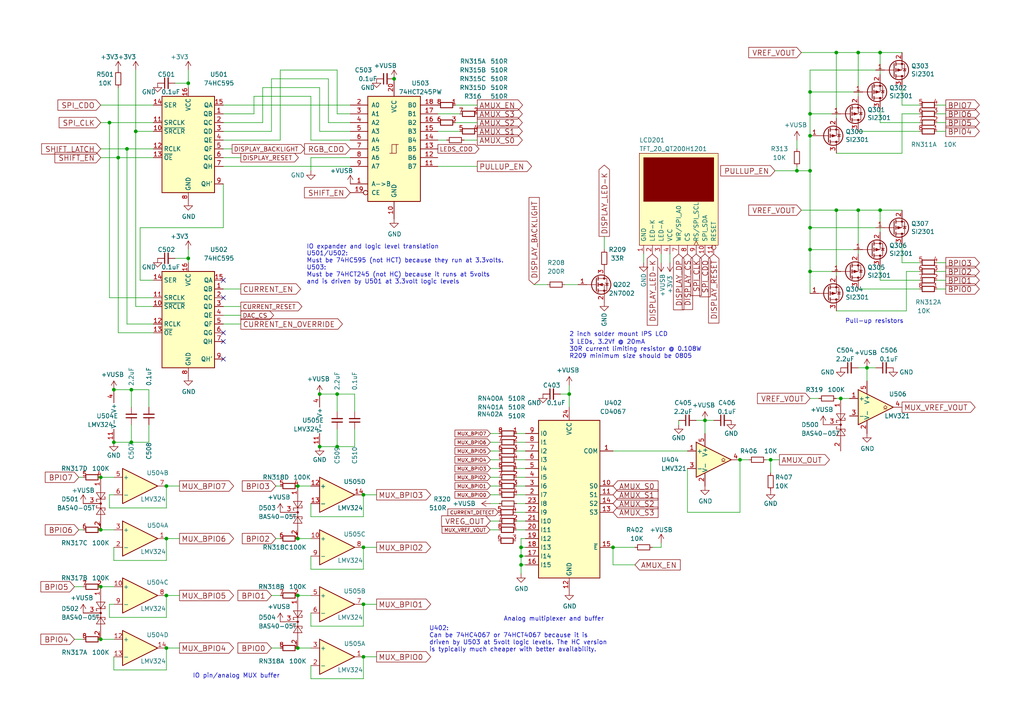
<source format=kicad_sch>
(kicad_sch (version 20231120) (generator "eeschema") (generator_version "8.0")
  (paper "A4")
  (junction (at 151.13 161.29))
  (junction (at 92.71 114.3))
  (junction (at 29.21 170.18))
  (junction (at 105.41 190.5))
  (junction (at 234.95 33.02))
  (junction (at 248.92 15.24))
  (junction (at 248.92 60.96))
  (junction (at 38.1 113.03))
  (junction (at 86.36 140.97))
  (junction (at 243.84 115.57))
  (junction (at 33.02 128.27))
  (junction (at 223.52 133.35))
  (junction (at 105.41 175.26))
  (junction (at 48.26 140.97))
  (junction (at 251.46 106.68))
  (junction (at 234.95 72.39))
  (junction (at 177.8 158.75))
  (junction (at 29.21 153.67))
  (junction (at 214.63 133.35))
  (junction (at 86.36 156.21))
  (junction (at 255.27 15.24))
  (junction (at 234.95 66.04))
  (junction (at 97.79 114.3))
  (junction (at 86.36 172.72))
  (junction (at 29.21 138.43))
  (junction (at 48.26 187.96))
  (junction (at 31.75 35.56))
  (junction (at 151.13 158.75))
  (junction (at 38.1 128.27))
  (junction (at 34.29 45.72))
  (junction (at 242.57 60.96))
  (junction (at 97.79 129.54))
  (junction (at 48.26 172.72))
  (junction (at 255.27 60.96))
  (junction (at 234.95 49.53))
  (junction (at 204.47 121.92))
  (junction (at 165.1 114.3))
  (junction (at 234.95 78.74))
  (junction (at 231.14 49.53))
  (junction (at 151.13 163.83))
  (junction (at 105.41 143.51))
  (junction (at 234.95 39.37))
  (junction (at 29.21 185.42))
  (junction (at 39.37 38.1))
  (junction (at 54.61 24.13))
  (junction (at 92.71 129.54))
  (junction (at 234.95 26.67))
  (junction (at 48.26 156.21))
  (junction (at 114.3 22.86))
  (junction (at 86.36 187.96))
  (junction (at 33.02 113.03))
  (junction (at 54.61 74.93))
  (junction (at 242.57 15.24))
  (junction (at 105.41 158.75))
  (junction (at 36.83 43.18))
  (no_connect (at 64.77 104.14))
  (no_connect (at 64.77 96.52))
  (no_connect (at 64.77 81.28))
  (no_connect (at 64.77 86.36))
  (no_connect (at 64.77 99.06))
  (wire (pts (xy 97.79 119.38) (xy 97.79 114.3)))
  (wire (pts (xy 40.64 66.04) (xy 40.64 81.28)))
  (wire (pts (xy 255.27 77.47) (xy 255.27 81.28)))
  (wire (pts (xy 234.95 115.57) (xy 237.49 115.57)))
  (wire (pts (xy 34.29 96.52) (xy 34.29 45.72)))
  (wire (pts (xy 39.37 20.32) (xy 39.37 38.1)))
  (wire (pts (xy 255.27 35.56) (xy 255.27 31.75)))
  (wire (pts (xy 64.77 91.44) (xy 69.85 91.44)))
  (wire (pts (xy 90.17 181.61) (xy 105.41 181.61)))
  (wire (pts (xy 241.3 78.74) (xy 234.95 78.74)))
  (wire (pts (xy 29.21 138.43) (xy 33.02 138.43)))
  (wire (pts (xy 254 20.32) (xy 234.95 20.32)))
  (wire (pts (xy 44.45 93.98) (xy 36.83 93.98)))
  (wire (pts (xy 48.26 140.97) (xy 52.07 140.97)))
  (wire (pts (xy 44.45 30.48) (xy 29.21 30.48)))
  (wire (pts (xy 261.62 25.4) (xy 261.62 30.48)))
  (wire (pts (xy 64.77 48.26) (xy 101.6 48.26)))
  (wire (pts (xy 271.78 33.02) (xy 274.32 33.02)))
  (wire (pts (xy 64.77 33.02) (xy 73.66 33.02)))
  (wire (pts (xy 243.84 115.57) (xy 246.38 115.57)))
  (wire (pts (xy 149.86 143.51) (xy 152.4 143.51)))
  (wire (pts (xy 222.25 133.35) (xy 223.52 133.35)))
  (wire (pts (xy 21.59 185.42) (xy 24.13 185.42)))
  (wire (pts (xy 36.83 43.18) (xy 44.45 43.18)))
  (wire (pts (xy 127 40.64) (xy 129.54 40.64)))
  (wire (pts (xy 158.75 82.55) (xy 154.94 82.55)))
  (wire (pts (xy 44.45 96.52) (xy 34.29 96.52)))
  (wire (pts (xy 138.43 35.56) (xy 132.08 35.56)))
  (wire (pts (xy 261.62 44.45) (xy 242.57 44.45)))
  (wire (pts (xy 105.41 165.1) (xy 105.41 158.75)))
  (wire (pts (xy 90.17 146.05) (xy 90.17 149.86)))
  (wire (pts (xy 186.69 73.66) (xy 186.69 76.2)))
  (wire (pts (xy 132.08 30.48) (xy 138.43 30.48)))
  (wire (pts (xy 231.14 40.64) (xy 231.14 43.18)))
  (wire (pts (xy 248.92 106.68) (xy 251.46 106.68)))
  (wire (pts (xy 21.59 170.18) (xy 24.13 170.18)))
  (wire (pts (xy 86.36 172.72) (xy 90.17 172.72)))
  (wire (pts (xy 223.52 137.16) (xy 223.52 133.35)))
  (wire (pts (xy 152.4 161.29) (xy 151.13 161.29)))
  (wire (pts (xy 247.65 26.67) (xy 234.95 26.67)))
  (wire (pts (xy 248.92 60.96) (xy 242.57 60.96)))
  (wire (pts (xy 80.01 140.97) (xy 81.28 140.97)))
  (wire (pts (xy 152.4 148.59) (xy 149.606 148.59)))
  (wire (pts (xy 248.92 27.94) (xy 248.92 15.24)))
  (wire (pts (xy 105.41 158.75) (xy 109.22 158.75)))
  (wire (pts (xy 48.26 179.07) (xy 48.26 172.72)))
  (wire (pts (xy 184.15 163.83) (xy 177.8 163.83)))
  (wire (pts (xy 95.25 22.86) (xy 95.25 35.56)))
  (wire (pts (xy 64.77 40.64) (xy 81.28 40.64)))
  (wire (pts (xy 133.35 38.1) (xy 127 38.1)))
  (wire (pts (xy 54.61 20.32) (xy 54.61 24.13)))
  (wire (pts (xy 204.47 121.92) (xy 204.47 125.73)))
  (wire (pts (xy 78.74 22.86) (xy 95.25 22.86)))
  (wire (pts (xy 54.61 24.13) (xy 54.61 25.4)))
  (wire (pts (xy 73.66 33.02) (xy 73.66 27.94)))
  (wire (pts (xy 151.13 161.29) (xy 151.13 163.83)))
  (wire (pts (xy 242.57 60.96) (xy 242.57 80.01)))
  (wire (pts (xy 33.02 158.75) (xy 33.02 162.56)))
  (wire (pts (xy 255.27 21.59) (xy 255.27 15.24)))
  (wire (pts (xy 224.79 49.53) (xy 231.14 49.53)))
  (wire (pts (xy 144.78 125.73) (xy 142.24 125.73)))
  (wire (pts (xy 127 33.02) (xy 133.35 33.02)))
  (wire (pts (xy 142.24 128.27) (xy 144.78 128.27)))
  (wire (pts (xy 22.86 153.67) (xy 24.13 153.67)))
  (wire (pts (xy 102.87 119.38) (xy 102.87 114.3)))
  (wire (pts (xy 234.95 33.02) (xy 234.95 39.37)))
  (wire (pts (xy 38.1 118.11) (xy 38.1 113.03)))
  (wire (pts (xy 90.17 27.94) (xy 90.17 40.64)))
  (wire (pts (xy 31.75 35.56) (xy 29.21 35.56)))
  (wire (pts (xy 152.4 135.89) (xy 149.86 135.89)))
  (wire (pts (xy 44.45 86.36) (xy 31.75 86.36)))
  (wire (pts (xy 31.75 86.36) (xy 31.75 35.56)))
  (wire (pts (xy 102.87 129.54) (xy 97.79 129.54)))
  (wire (pts (xy 81.28 40.64) (xy 81.28 20.32)))
  (wire (pts (xy 64.77 38.1) (xy 78.74 38.1)))
  (wire (pts (xy 90.17 149.86) (xy 105.41 149.86)))
  (wire (pts (xy 152.4 156.21) (xy 151.13 156.21)))
  (wire (pts (xy 152.4 140.97) (xy 149.86 140.97)))
  (wire (pts (xy 50.8 74.93) (xy 54.61 74.93)))
  (wire (pts (xy 261.62 71.12) (xy 261.62 76.2)))
  (wire (pts (xy 31.75 143.51) (xy 31.75 147.32)))
  (wire (pts (xy 92.71 25.4) (xy 92.71 38.1)))
  (wire (pts (xy 152.4 163.83) (xy 151.13 163.83)))
  (wire (pts (xy 261.62 76.2) (xy 266.7 76.2)))
  (wire (pts (xy 86.36 187.96) (xy 90.17 187.96)))
  (wire (pts (xy 36.83 43.18) (xy 29.21 43.18)))
  (wire (pts (xy 149.86 138.43) (xy 152.4 138.43)))
  (wire (pts (xy 127 48.26) (xy 138.43 48.26)))
  (wire (pts (xy 78.74 38.1) (xy 78.74 22.86)))
  (wire (pts (xy 90.17 177.8) (xy 90.17 181.61)))
  (wire (pts (xy 90.17 161.29) (xy 90.17 165.1)))
  (wire (pts (xy 194.31 73.66) (xy 194.31 76.2)))
  (wire (pts (xy 274.32 81.28) (xy 271.78 81.28)))
  (wire (pts (xy 38.1 113.03) (xy 33.02 113.03)))
  (wire (pts (xy 43.18 113.03) (xy 38.1 113.03)))
  (wire (pts (xy 184.15 158.75) (xy 177.8 158.75)))
  (wire (pts (xy 97.79 114.3) (xy 92.71 114.3)))
  (wire (pts (xy 31.75 179.07) (xy 48.26 179.07)))
  (wire (pts (xy 78.74 187.96) (xy 81.28 187.96)))
  (wire (pts (xy 254 106.68) (xy 251.46 106.68)))
  (wire (pts (xy 81.28 20.32) (xy 97.79 20.32)))
  (wire (pts (xy 105.41 175.26) (xy 109.22 175.26)))
  (wire (pts (xy 48.26 162.56) (xy 48.26 156.21)))
  (wire (pts (xy 105.41 190.5) (xy 109.22 190.5)))
  (wire (pts (xy 142.24 151.13) (xy 144.78 151.13)))
  (wire (pts (xy 67.31 43.18) (xy 64.77 43.18)))
  (wire (pts (xy 69.85 88.9) (xy 64.77 88.9)))
  (wire (pts (xy 78.74 172.72) (xy 81.28 172.72)))
  (wire (pts (xy 105.41 149.86) (xy 105.41 143.51)))
  (wire (pts (xy 191.77 158.75) (xy 189.23 158.75)))
  (wire (pts (xy 234.95 78.74) (xy 234.95 85.09)))
  (wire (pts (xy 33.02 194.31) (xy 48.26 194.31)))
  (wire (pts (xy 196.85 121.92) (xy 196.85 123.19)))
  (wire (pts (xy 255.27 67.31) (xy 255.27 60.96)))
  (wire (pts (xy 231.14 49.53) (xy 231.14 48.26)))
  (wire (pts (xy 165.1 111.76) (xy 165.1 114.3)))
  (wire (pts (xy 234.95 49.53) (xy 234.95 39.37)))
  (wire (pts (xy 90.17 45.72) (xy 90.17 49.53)))
  (wire (pts (xy 151.13 158.75) (xy 152.4 158.75)))
  (wire (pts (xy 217.17 133.35) (xy 214.63 133.35)))
  (wire (pts (xy 105.41 143.51) (xy 109.22 143.51)))
  (wire (pts (xy 255.27 15.24) (xy 248.92 15.24)))
  (wire (pts (xy 142.24 130.81) (xy 144.78 130.81)))
  (wire (pts (xy 271.78 38.1) (xy 274.32 38.1)))
  (wire (pts (xy 199.39 135.89) (xy 199.39 148.59)))
  (wire (pts (xy 254 66.04) (xy 234.95 66.04)))
  (wire (pts (xy 39.37 88.9) (xy 39.37 38.1)))
  (wire (pts (xy 255.27 81.28) (xy 266.7 81.28)))
  (wire (pts (xy 97.79 20.32) (xy 97.79 33.02)))
  (wire (pts (xy 151.13 158.75) (xy 151.13 161.29)))
  (wire (pts (xy 29.21 45.72) (xy 34.29 45.72)))
  (wire (pts (xy 149.733 153.67) (xy 152.4 153.67)))
  (wire (pts (xy 38.1 123.19) (xy 38.1 128.27)))
  (wire (pts (xy 31.75 175.26) (xy 31.75 179.07)))
  (wire (pts (xy 134.62 40.64) (xy 138.43 40.64)))
  (wire (pts (xy 261.62 15.24) (xy 255.27 15.24)))
  (wire (pts (xy 248.92 15.24) (xy 242.57 15.24)))
  (wire (pts (xy 48.26 156.21) (xy 52.07 156.21)))
  (wire (pts (xy 69.85 83.82) (xy 64.77 83.82)))
  (wire (pts (xy 29.21 185.42) (xy 33.02 185.42)))
  (wire (pts (xy 214.63 148.59) (xy 214.63 133.35)))
  (wire (pts (xy 90.17 40.64) (xy 101.6 40.64)))
  (wire (pts (xy 242.57 15.24) (xy 242.57 34.29)))
  (wire (pts (xy 151.13 156.21) (xy 151.13 158.75)))
  (wire (pts (xy 44.45 38.1) (xy 39.37 38.1)))
  (wire (pts (xy 234.95 72.39) (xy 234.95 78.74)))
  (wire (pts (xy 251.46 106.68) (xy 251.46 110.49)))
  (wire (pts (xy 44.45 35.56) (xy 31.75 35.56)))
  (wire (pts (xy 31.75 175.26) (xy 33.02 175.26)))
  (wire (pts (xy 36.83 93.98) (xy 36.83 43.18)))
  (wire (pts (xy 29.21 153.67) (xy 33.02 153.67)))
  (wire (pts (xy 29.21 170.18) (xy 33.02 170.18)))
  (wire (pts (xy 191.77 157.48) (xy 191.77 158.75)))
  (wire (pts (xy 48.26 172.72) (xy 52.07 172.72)))
  (wire (pts (xy 234.95 26.67) (xy 234.95 33.02)))
  (wire (pts (xy 48.26 194.31) (xy 48.26 187.96)))
  (wire (pts (xy 33.02 190.5) (xy 33.02 194.31)))
  (wire (pts (xy 90.17 193.04) (xy 90.17 196.85)))
  (wire (pts (xy 54.61 72.39) (xy 54.61 74.93)))
  (wire (pts (xy 271.78 83.82) (xy 274.32 83.82)))
  (wire (pts (xy 177.8 163.83) (xy 177.8 158.75)))
  (wire (pts (xy 255.27 60.96) (xy 248.92 60.96)))
  (wire (pts (xy 95.25 35.56) (xy 101.6 35.56)))
  (wire (pts (xy 144.653 153.67) (xy 142.113 153.67)))
  (wire (pts (xy 31.75 147.32) (xy 48.26 147.32)))
  (wire (pts (xy 34.29 25.4) (xy 34.29 45.72)))
  (wire (pts (xy 90.17 196.85) (xy 105.41 196.85)))
  (wire (pts (xy 232.41 60.96) (xy 242.57 60.96)))
  (wire (pts (xy 64.77 30.48) (xy 101.6 30.48)))
  (wire (pts (xy 149.86 151.13) (xy 152.4 151.13)))
  (wire (pts (xy 149.86 125.73) (xy 152.4 125.73)))
  (wire (pts (xy 231.14 49.53) (xy 234.95 49.53)))
  (wire (pts (xy 97.79 33.02) (xy 101.6 33.02)))
  (wire (pts (xy 105.41 181.61) (xy 105.41 175.26)))
  (wire (pts (xy 261.62 33.02) (xy 261.62 44.45)))
  (wire (pts (xy 247.65 72.39) (xy 234.95 72.39)))
  (wire (pts (xy 163.83 82.55) (xy 167.64 82.55)))
  (wire (pts (xy 76.2 35.56) (xy 76.2 25.4)))
  (wire (pts (xy 144.78 133.35) (xy 142.24 133.35)))
  (wire (pts (xy 80.01 156.21) (xy 81.28 156.21)))
  (wire (pts (xy 105.41 196.85) (xy 105.41 190.5)))
  (wire (pts (xy 234.95 20.32) (xy 234.95 26.67)))
  (wire (pts (xy 73.66 27.94) (xy 90.17 27.94)))
  (wire (pts (xy 97.79 129.54) (xy 92.71 129.54)))
  (wire (pts (xy 92.71 38.1) (xy 101.6 38.1)))
  (wire (pts (xy 271.78 35.56) (xy 274.32 35.56)))
  (wire (pts (xy 223.52 133.35) (xy 226.06 133.35)))
  (wire (pts (xy 33.02 162.56) (xy 48.26 162.56)))
  (wire (pts (xy 234.95 49.53) (xy 234.95 66.04)))
  (wire (pts (xy 248.92 73.66) (xy 248.92 60.96)))
  (wire (pts (xy 262.89 78.74) (xy 266.7 78.74)))
  (wire (pts (xy 152.4 128.27) (xy 149.86 128.27)))
  (wire (pts (xy 54.61 74.93) (xy 54.61 76.2)))
  (wire (pts (xy 271.78 78.74) (xy 274.32 78.74)))
  (wire (pts (xy 44.45 88.9) (xy 39.37 88.9)))
  (wire (pts (xy 242.57 15.24) (xy 232.41 15.24)))
  (wire (pts (xy 201.93 121.92) (xy 204.47 121.92)))
  (wire (pts (xy 102.87 124.46) (xy 102.87 129.54)))
  (wire (pts (xy 248.92 38.1) (xy 266.7 38.1)))
  (wire (pts (xy 261.62 33.02) (xy 266.7 33.02)))
  (wire (pts (xy 162.56 114.3) (xy 165.1 114.3)))
  (wire (pts (xy 262.89 78.74) (xy 262.89 90.17)))
  (wire (pts (xy 142.24 143.51) (xy 144.78 143.51)))
  (wire (pts (xy 38.1 128.27) (xy 33.02 128.27)))
  (wire (pts (xy 86.36 156.21) (xy 90.17 156.21)))
  (wire (pts (xy 48.26 187.96) (xy 52.07 187.96)))
  (wire (pts (xy 101.6 45.72) (xy 90.17 45.72)))
  (wire (pts (xy 248.92 83.82) (xy 266.7 83.82)))
  (wire (pts (xy 144.78 146.05) (xy 142.24 146.05)))
  (wire (pts (xy 149.86 146.05) (xy 152.4 146.05)))
  (wire (pts (xy 165.1 118.11) (xy 165.1 114.3)))
  (wire (pts (xy 207.01 121.92) (xy 204.47 121.92)))
  (wire (pts (xy 40.64 81.28) (xy 44.45 81.28)))
  (wire (pts (xy 262.89 90.17) (xy 242.57 90.17)))
  (wire (pts (xy 261.62 30.48) (xy 266.7 30.48)))
  (wire (pts (xy 76.2 25.4) (xy 92.71 25.4)))
  (wire (pts (xy 50.8 24.13) (xy 54.61 24.13)))
  (wire (pts (xy 274.32 76.2) (xy 271.78 76.2)))
  (wire (pts (xy 142.24 138.43) (xy 144.78 138.43)))
  (wire (pts (xy 86.36 140.97) (xy 90.17 140.97)))
  (wire (pts (xy 271.78 30.48) (xy 274.32 30.48)))
  (wire (pts (xy 177.8 130.81) (xy 199.39 130.81)))
  (wire (pts (xy 102.87 114.3) (xy 97.79 114.3)))
  (wire (pts (xy 90.17 165.1) (xy 105.41 165.1)))
  (wire (pts (xy 144.78 140.97) (xy 142.24 140.97)))
  (wire (pts (xy 64.77 35.56) (xy 76.2 35.56)))
  (wire (pts (xy 175.26 68.58) (xy 175.26 72.39)))
  (wire (pts (xy 199.39 148.59) (xy 214.63 148.59)))
  (wire (pts (xy 191.77 73.66) (xy 191.77 76.2)))
  (wire (pts (xy 97.79 124.46) (xy 97.79 129.54)))
  (wire (pts (xy 234.95 66.04) (xy 234.95 72.39)))
  (wire (pts (xy 261.62 60.96) (xy 255.27 60.96)))
  (wire (pts (xy 241.3 33.02) (xy 234.95 33.02)))
  (wire (pts (xy 64.77 53.34) (xy 64.77 66.04)))
  (wire (pts (xy 43.18 123.19) (xy 43.18 128.27)))
  (wire (pts (xy 69.85 93.98) (xy 64.77 93.98)))
  (wire (pts (xy 242.57 115.57) (xy 243.84 115.57)))
  (wire (pts (xy 22.86 138.43) (xy 24.13 138.43)))
  (wire (pts (xy 48.26 147.32) (xy 48.26 140.97)))
  (wire (pts (xy 43.18 118.11) (xy 43.18 113.03)))
  (wire (pts (xy 64.77 66.04) (xy 40.64 66.04)))
  (wire (pts (xy 149.86 130.81) (xy 152.4 130.81)))
  (wire (pts (xy 255.27 35.56) (xy 266.7 35.56)))
  (wire (pts (xy 144.78 135.89) (xy 142.24 135.89)))
  (wire (pts (xy 152.4 133.35) (xy 149.86 133.35)))
  (wire (pts (xy 43.18 128.27) (xy 38.1 128.27)))
  (wire (pts (xy 64.77 45.72) (xy 69.85 45.72)))
  (wire (pts (xy 44.45 45.72) (xy 34.29 45.72)))
  (wire (pts (xy 31.75 143.51) (xy 33.02 143.51)))
  (wire (pts (xy 151.13 163.83) (xy 151.13 166.37)))
  (text "IO expander and logic level translation" (at 88.9 72.39 0) (effects (font (size 1.27 1.27)) (justify left bottom)))
  (text "Analog multiplexer and buffer" (at 146.05 180.34 0) (effects (font (size 1.27 1.27)) (justify left bottom)))
  (text "U402:\nCan be 74HC4067 or 74HCT4067 because it is \ndriven by U503 at 5volt logic levels. The HC version \nis typically much cheaper with better availability." (at 124.46 189.23 0) (effects (font (size 1.27 1.27)) (justify left bottom)))
  (text "IO pin/analog MUX buffer" (at 55.88 196.85 0) (effects (font (size 1.27 1.27)) (justify left bottom)))
  (text "3 LEDs, 3.2Vf @ 20mA\n30R current limiting resistor @ 0.108W\nR209 minimum size should be 0805" (at 165.1 104.14 0) (effects (font (size 1.27 1.27)) (justify left bottom)))
  (text "2 inch solder mount IPS LCD" (at 165.1 97.79 0) (effects (font (size 1.27 1.27)) (justify left bottom)))
  (text "U501/U502:\nMust be 74HC595 (not HCT) because they run at 3.3volts.\nU503:\nMust be 74HCT245 (not HC) because it runs at 5volts\nand is driven by U501 at 3.3volt logic levels" (at 88.9 82.55 0) (effects (font (size 1.27 1.27)) (justify left bottom)))
  (text "Pull-up resistors" (at 245.11 93.98 0) (effects (font (size 1.27 1.27)) (justify left bottom)))
  (global_label "MUX_VREF_VOUT" (shape input) (at 142.113 153.67 180) (effects (font (size 1 1))) (property "Intersheetrefs" "${INTERSHEET_REFS}" (effects (hide yes))))
  (global_label "AMUX_S3" (shape input) (at 177.8 148.59 0) (effects (font (size 1.524 1.524))) (property "Intersheetrefs" "${INTERSHEET_REFS}" (effects (hide yes))))
  (global_label "AMUX_S3" (shape output) (at 138.43 33.02 0) (effects (font (size 1.524 1.524))) (property "Intersheetrefs" "${INTERSHEET_REFS}" (effects (hide yes))))
  (global_label "AMUX_S2" (shape input) (at 177.8 146.05 0) (effects (font (size 1.524 1.524))) (property "Intersheetrefs" "${INTERSHEET_REFS}" (effects (hide yes))))
  (global_label "CURRENT_EN_OVERRIDE" (shape output) (at 69.85 93.98 0) (effects (font (size 1.524 1.524))) (property "Intersheetrefs" "${INTERSHEET_REFS}" (effects (hide yes))))
  (global_label "DISPLAY_LED-K" (shape output) (at 175.26 68.58 90) (effects (font (size 1.524 1.524))) (property "Intersheetrefs" "${INTERSHEET_REFS}" (effects (hide yes))))
  (global_label "MUX_BPIO5" (shape input) (at 142.24 130.81 180) (effects (font (size 1 1))) (property "Intersheetrefs" "${INTERSHEET_REFS}" (effects (hide yes))))
  (global_label "DAC_CS" (shape output) (at 69.85 91.44 0) (property "Intersheetrefs" "${INTERSHEET_REFS}" (effects (hide yes))))
  (global_label "BPIO0" (shape input) (at 78.74 187.96 180) (effects (font (size 1.524 1.524))) (property "Intersheetrefs" "${INTERSHEET_REFS}" (effects (hide yes))))
  (global_label "DISPLAY_BACKLIGHT" (shape output) (at 67.31 43.18 0) (property "Intersheetrefs" "${INTERSHEET_REFS}" (effects (hide yes))))
  (global_label "BPIO1" (shape input) (at 78.74 172.72 180) (effects (font (size 1.524 1.524))) (property "Intersheetrefs" "${INTERSHEET_REFS}" (effects (hide yes))))
  (global_label "SPI_CLK" (shape input) (at 29.21 35.56 180) (effects (font (size 1.524 1.524))) (property "Intersheetrefs" "${INTERSHEET_REFS}" (effects (hide yes))))
  (global_label "MUX_VREF_VOUT" (shape output) (at 261.62 118.11 0) (effects (font (size 1.524 1.524))) (property "Intersheetrefs" "${INTERSHEET_REFS}" (effects (hide yes))))
  (global_label "SHIFT_EN" (shape input) (at 29.21 45.72 180) (effects (font (size 1.524 1.524))) (property "Intersheetrefs" "${INTERSHEET_REFS}" (effects (hide yes))))
  (global_label "MUX_BPIO4" (shape input) (at 142.24 133.35 180) (effects (font (size 1 1))) (property "Intersheetrefs" "${INTERSHEET_REFS}" (effects (hide yes))))
  (global_label "LEDS_CDO" (shape output) (at 127 43.18 0) (property "Intersheetrefs" "${INTERSHEET_REFS}" (effects (hide yes))))
  (global_label "BPIO0" (shape output) (at 274.32 83.82 0) (effects (font (size 1.524 1.524))) (property "Intersheetrefs" "${INTERSHEET_REFS}" (effects (hide yes))))
  (global_label "VREF_VOUT" (shape input) (at 232.41 60.96 180) (effects (font (size 1.524 1.524))) (property "Intersheetrefs" "${INTERSHEET_REFS}" (effects (hide yes))))
  (global_label "BPIO4" (shape output) (at 274.32 38.1 0) (effects (font (size 1.524 1.524))) (property "Intersheetrefs" "${INTERSHEET_REFS}" (effects (hide yes))))
  (global_label "MUX_BPIO4" (shape output) (at 52.07 187.96 0) (effects (font (size 1.524 1.524))) (property "Intersheetrefs" "${INTERSHEET_REFS}" (effects (hide yes))))
  (global_label "MUX_BPIO3" (shape output) (at 109.22 143.51 0) (effects (font (size 1.524 1.524))) (property "Intersheetrefs" "${INTERSHEET_REFS}" (effects (hide yes))))
  (global_label "VREG_OUT" (shape input) (at 142.24 151.13 180) (effects (font (size 1.524 1.524))) (property "Intersheetrefs" "${INTERSHEET_REFS}" (effects (hide yes))))
  (global_label "MUX_BPIO2" (shape output) (at 109.22 158.75 0) (effects (font (size 1.524 1.524))) (property "Intersheetrefs" "${INTERSHEET_REFS}" (effects (hide yes))))
  (global_label "MUX_BPIO2" (shape input) (at 142.24 138.43 180) (effects (font (size 1 1))) (property "Intersheetrefs" "${INTERSHEET_REFS}" (effects (hide yes))))
  (global_label "VREF_VOUT" (shape input) (at 232.41 15.24 180) (effects (font (size 1.524 1.524))) (property "Intersheetrefs" "${INTERSHEET_REFS}" (effects (hide yes))))
  (global_label "BPIO2" (shape input) (at 80.01 156.21 180) (effects (font (size 1.524 1.524))) (property "Intersheetrefs" "${INTERSHEET_REFS}" (effects (hide yes))))
  (global_label "MUX_BPIO6" (shape output) (at 52.07 156.21 0) (effects (font (size 1.524 1.524))) (property "Intersheetrefs" "${INTERSHEET_REFS}" (effects (hide yes))))
  (global_label "PULLUP_EN" (shape output) (at 138.43 48.26 0) (effects (font (size 1.524 1.524))) (property "Intersheetrefs" "${INTERSHEET_REFS}" (effects (hide yes))))
  (global_label "SPI_CDO" (shape input) (at 29.21 30.48 180) (effects (font (size 1.524 1.524))) (property "Intersheetrefs" "${INTERSHEET_REFS}" (effects (hide yes))))
  (global_label "DISPLAY_BACKLIGHT" (shape input) (at 154.94 82.55 90) (effects (font (size 1.524 1.524))) (property "Intersheetrefs" "${INTERSHEET_REFS}" (effects (hide yes))))
  (global_label "CURRENT_EN" (shape output) (at 69.85 83.82 0) (effects (font (size 1.524 1.524))) (property "Intersheetrefs" "${INTERSHEET_REFS}" (effects (hide yes))))
  (global_label "BPIO5" (shape output) (at 274.32 35.56 0) (effects (font (size 1.524 1.524))) (property "Intersheetrefs" "${INTERSHEET_REFS}" (effects (hide yes))))
  (global_label "SHIFT_EN" (shape input) (at 101.6 55.88 180) (effects (font (size 1.524 1.524))) (property "Intersheetrefs" "${INTERSHEET_REFS}" (effects (hide yes))))
  (global_label "AMUX_EN" (shape input) (at 184.15 163.83 0) (effects (font (size 1.524 1.524))) (property "Intersheetrefs" "${INTERSHEET_REFS}" (effects (hide yes))))
  (global_label "BPIO3" (shape input) (at 80.01 140.97 180) (effects (font (size 1.524 1.524))) (property "Intersheetrefs" "${INTERSHEET_REFS}" (effects (hide yes))))
  (global_label "SPI_CDO" (shape input) (at 204.47 73.66 270) (effects (font (size 1.524 1.524))) (property "Intersheetrefs" "${INTERSHEET_REFS}" (effects (hide yes))))
  (global_label "MUX_BPIO3" (shape input) (at 142.24 135.89 180) (effects (font (size 1 1))) (property "Intersheetrefs" "${INTERSHEET_REFS}" (effects (hide yes))))
  (global_label "MUX_BPIO7" (shape output) (at 52.07 140.97 0) (effects (font (size 1.524 1.524))) (property "Intersheetrefs" "${INTERSHEET_REFS}" (effects (hide yes))))
  (global_label "SHIFT_LATCH" (shape input) (at 29.21 43.18 180) (effects (font (size 1.524 1.524))) (property "Intersheetrefs" "${INTERSHEET_REFS}" (effects (hide yes))))
  (global_label "BPIO6" (shape input) (at 22.86 153.67 180) (effects (font (size 1.524 1.524))) (property "Intersheetrefs" "${INTERSHEET_REFS}" (effects (hide yes))))
  (global_label "PULLUP_EN" (shape input) (at 224.79 49.53 180) (effects (font (size 1.524 1.524))) (property "Intersheetrefs" "${INTERSHEET_REFS}" (effects (hide yes))))
  (global_label "CURRENT_DETECT" (shape input) (at 144.526 148.59 180) (effects (font (size 0.9906 0.9906))) (property "Intersheetrefs" "${INTERSHEET_REFS}" (effects (hide yes))))
  (global_label "VREF_VOUT" (shape input) (at 234.95 115.57 180) (effects (font (size 1.524 1.524))) (property "Intersheetrefs" "${INTERSHEET_REFS}" (effects (hide yes))))
  (global_label "MUX_BPIO0" (shape input) (at 142.24 143.51 180) (effects (font (size 1 1))) (property "Intersheetrefs" "${INTERSHEET_REFS}" (effects (hide yes))))
  (global_label "AMUX_EN" (shape output) (at 138.43 30.48 0) (effects (font (size 1.524 1.524))) (property "Intersheetrefs" "${INTERSHEET_REFS}" (effects (hide yes))))
  (global_label "DISPLAY_LED-K" (shape input) (at 189.23 73.66 270) (effects (font (size 1.524 1.524))) (property "Intersheetrefs" "${INTERSHEET_REFS}" (effects (hide yes))))
  (global_label "AMUX_OUT" (shape output) (at 226.06 133.35 0) (effects (font (size 1.524 1.524))) (property "Intersheetrefs" "${INTERSHEET_REFS}" (effects (hide yes))))
  (global_label "MUX_BPIO0" (shape output) (at 109.22 190.5 0) (effects (font (size 1.524 1.524))) (property "Intersheetrefs" "${INTERSHEET_REFS}" (effects (hide yes))))
  (global_label "BPIO5" (shape input) (at 21.59 170.18 180) (effects (font (size 1.524 1.524))) (property "Intersheetrefs" "${INTERSHEET_REFS}" (effects (hide yes))))
  (global_label "RGB_CDO" (shape input) (at 101.6 43.18 180) (effects (font (size 1.524 1.524))) (property "Intersheetrefs" "${INTERSHEET_REFS}" (effects (hide yes))))
  (global_label "DISPLAY_RESET" (shape input) (at 207.01 73.66 270) (effects (font (size 1.524 1.524))) (property "Intersheetrefs" "${INTERSHEET_REFS}" (effects (hide yes))))
  (global_label "BPIO7" (shape output) (at 274.32 30.48 0) (effects (font (size 1.524 1.524))) (property "Intersheetrefs" "${INTERSHEET_REFS}" (effects (hide yes))))
  (global_label "BPIO7" (shape input) (at 22.86 138.43 180) (effects (font (size 1.524 1.524))) (property "Intersheetrefs" "${INTERSHEET_REFS}" (effects (hide yes))))
  (global_label "SPI_CLK" (shape input) (at 201.93 73.66 270) (effects (font (size 1.524 1.524))) (property "Intersheetrefs" "${INTERSHEET_REFS}" (effects (hide yes))))
  (global_label "MUX_BPIO6" (shape input) (at 142.24 128.27 180) (effects (font (size 1 1))) (property "Intersheetrefs" "${INTERSHEET_REFS}" (effects (hide yes))))
  (global_label "MUX_BPIO7" (shape input) (at 142.24 125.73 180) (effects (font (size 1 1))) (property "Intersheetrefs" "${INTERSHEET_REFS}" (effects (hide yes))))
  (global_label "BPIO6" (shape output) (at 274.32 33.02 0) (effects (font (size 1.524 1.524))) (property "Intersheetrefs" "${INTERSHEET_REFS}" (effects (hide yes))))
  (global_label "DISPLAY_DP" (shape input) (at 196.85 73.66 270) (effects (font (size 1.524 1.524))) (property "Intersheetrefs" "${INTERSHEET_REFS}" (effects (hide yes))))
  (global_label "BPIO1" (shape output) (at 274.32 81.28 0) (effects (font (size 1.524 1.524))) (property "Intersheetrefs" "${INTERSHEET_REFS}" (effects (hide yes))))
  (global_label "CURRENT_RESET" (shape output) (at 69.85 88.9 0) (property "Intersheetrefs" "${INTERSHEET_REFS}" (effects (hide yes))))
  (global_label "AMUX_S0" (shape input) (at 177.8 140.97 0) (effects (font (size 1.524 1.524))) (property "Intersheetrefs" "${INTERSHEET_REFS}" (effects (hide yes))))
  (global_label "BPIO2" (shape output) (at 274.32 78.74 0) (effects (font (size 1.524 1.524))) (property "Intersheetrefs" "${INTERSHEET_REFS}" (effects (hide yes))))
  (global_label "AMUX_S1" (shape output) (at 138.43 38.1 0) (effects (font (size 1.524 1.524))) (property "Intersheetrefs" "${INTERSHEET_REFS}" (effects (hide yes))))
  (global_label "MUX_BPIO1" (shape input) (at 142.24 140.97 180) (effects (font (size 1 1))) (property "Intersheetrefs" "${INTERSHEET_REFS}" (effects (hide yes))))
  (global_label "DISPLAY_RESET" (shape output) (at 69.85 45.72 0) (property "Intersheetrefs" "${INTERSHEET_REFS}" (effects (hide yes))))
  (global_label "AMUX_S2" (shape output) (at 138.43 35.56 0) (effects (font (size 1.524 1.524))) (property "Intersheetrefs" "${INTERSHEET_REFS}" (effects (hide yes))))
  (global_label "MUX_BPIO5" (shape output) (at 52.07 172.72 0) (effects (font (size 1.524 1.524))) (property "Intersheetrefs" "${INTERSHEET_REFS}" (effects (hide yes))))
  (global_label "AMUX_S0" (shape output) (at 138.43 40.64 0) (effects (font (size 1.524 1.524))) (property "Intersheetrefs" "${INTERSHEET_REFS}" (effects (hide yes))))
  (global_label "DISPLAY_CS" (shape input) (at 199.39 73.66 270) (effects (font (size 1.524 1.524))) (property "Intersheetrefs" "${INTERSHEET_REFS}" (effects (hide yes))))
  (global_label "BPIO3" (shape output) (at 274.32 76.2 0) (effects (font (size 1.524 1.524))) (property "Intersheetrefs" "${INTERSHEET_REFS}" (effects (hide yes))))
  (global_label "MUX_BPIO1" (shape output) (at 109.22 175.26 0) (effects (font (size 1.524 1.524))) (property "Intersheetrefs" "${INTERSHEET_REFS}" (effects (hide yes))))
  (global_label "AMUX_S1" (shape input) (at 177.8 143.51 0) (effects (font (size 1.524 1.524))) (property "Intersheetrefs" "${INTERSHEET_REFS}" (effects (hide yes))))
  (global_label "BPIO4" (shape input) (at 21.59 185.42 180) (effects (font (size 1.524 1.524))) (property "Intersheetrefs" "${INTERSHEET_REFS}" (effects (hide yes))))
  (symbol (lib_id "Device:R_Small") (at 186.69 158.75 270) (unit 1)
    (property "Reference" "R402" (at 186.69 153.67 90) (effects (justify right)))
    (property "Value" "10K" (at 186.69 156.21 90) (effects (justify right)))
    (property "Footprint" "Resistor_SMD:R_0402_1005Metric" (effects (hide yes)))
    (property "RMB" "0.004864" (effects (hide yes)))
    (property "Supplier" "https://item.szlcsc.com/61542.html" (effects (hide yes)))
  )
  (symbol (lib_id "Device:R_Small") (at 219.71 133.35 90) (unit 1)
    (property "Reference" "R406" (at 217.17 130.81 90))
    (property "Value" "10K" (at 223.52 130.81 90))
    (property "Footprint" "Resistor_SMD:R_0402_1005Metric" (effects (hide yes)))
    (property "RMB" "0.004864" (effects (hide yes)))
    (property "Supplier" "https://item.szlcsc.com/61542.html" (effects (hide yes)))
  )
  (symbol (lib_id "power:GND") (at 165.1 171.45 0) (unit 1)
    (property "Reference" "#PWR0409" (effects (hide yes)))
    (property "Value" "GND" (at 165.227 175.8442 0))
  )
  (symbol (lib_id "Device:C_Small") (at 160.02 114.3 90) (unit 1)
    (property "Reference" "C403" (at 160.02 111.76 90))
    (property "Value" "0.1uF" (at 161.29 116.84 90))
    (property "Footprint" "Capacitor_SMD:C_0402_1005Metric" (effects (hide yes)))
    (property "RMB" "0.00628" (effects (hide yes)))
    (property "Supplier" "https://item.szlcsc.com/1877.html" (effects (hide yes)))
  )
  (symbol (lib_id "power:GND") (at 157.48 114.3 0) (unit 1)
    (property "Reference" "#PWR0407" (effects (hide yes)))
    (property "Value" "GND" (at 154.94 116.84 0))
  )
  (symbol (lib_id "74xx:CD74HC4067M") (at 165.1 143.51 0) (mirror y) (unit 1)
    (property "Reference" "U402" (at 177.8 116.84 0))
    (property "Value" "CD4067" (at 177.8 119.38 0))
    (property "Footprint" "Package_SO:TSSOP-24_4.4x7.8mm_P0.65mm" (effects (hide yes)))
    (property "Datasheet" "http://www.ti.com/lit/ds/symlink/cd74hc4067.pdf" (effects (hide yes)))
    (property "Supplier" "https://eu.mouser.com/ProductDetail/Nexperia/74HCT4067PW118" (effects (hide yes)))
    (property "USD" "0.762" (effects (hide yes)))
  )
  (symbol (lib_id "dp-power:+VUSB") (at 165.1 111.76 0) (unit 1)
    (property "Reference" "#PWR0408" (effects (hide yes)))
    (property "Value" "+VUSB" (at 164.719 107.3658 0))
  )
  (symbol (lib_id "dp-power:+VUSB") (at 231.14 40.64 0) (unit 1)
    (property "Reference" "#PWR0360" (effects (hide yes)))
    (property "Value" "+VUSB" (at 230.759 36.2458 0))
  )
  (symbol (lib_id "Device:R_Small") (at 223.52 139.7 180) (unit 1)
    (property "Reference" "R407" (at 224.79 138.43 0) (effects (justify right)))
    (property "Value" "10K" (at 224.79 140.97 0) (effects (justify right)))
    (property "Footprint" "Resistor_SMD:R_0402_1005Metric" (effects (hide yes)))
    (property "RMB" "0.004864" (effects (hide yes)))
    (property "Supplier" "https://item.szlcsc.com/61542.html" (effects (hide yes)))
  )
  (symbol (lib_id "power:GND") (at 223.52 142.24 0) (unit 1)
    (property "Reference" "#PWR0420" (effects (hide yes)))
    (property "Value" "GND" (at 223.52 146.05 0))
  )
  (symbol (lib_id "power:GND") (at 186.69 76.2 0) (unit 1)
    (property "Reference" "#PWR0212" (effects (hide yes)))
    (property "Value" "GND" (at 186.69 81.28 90))
  )
  (symbol (lib_id "Transistor_FET:BSS138") (at 172.72 82.55 0) (unit 1)
    (property "Reference" "Q202" (at 180.34 82.55 0))
    (property "Value" "2N7002" (at 180.34 85.09 0))
    (property "Footprint" "Package_TO_SOT_SMD:SOT-23" (effects (hide yes)))
    (property "Datasheet" "https://www.fairchildsemi.com/datasheets/BS/BSS138.pdf" (effects (hide yes)))
    (property "RMB" "0.140017" (effects (hide yes)))
    (property "Supplier" "https://item.szlcsc.com/544697.html" (effects (hide yes)))
  )
  (symbol (lib_id "Device:R_Small") (at 175.26 74.93 180) (unit 1)
    (property "Reference" "R209" (at 179.07 72.39 0))
    (property "Value" "33R" (at 179.07 74.93 0))
    (property "Footprint" "Resistor_SMD:R_0805_2012Metric" (effects (hide yes)))
    (property "RMB" "0.019315" (effects (hide yes)))
    (property "Supplier" "https://item.szlcsc.com/139271.html" (effects (hide yes)))
  )
  (symbol (lib_id "power:GND") (at 175.26 87.63 0) (unit 1)
    (property "Reference" "#PWR0211" (effects (hide yes)))
    (property "Value" "GND" (at 175.26 92.71 90))
  )
  (symbol (lib_id "power:+3V3") (at 194.31 76.2 180) (unit 1)
    (property "Reference" "#PWR0214" (effects (hide yes)))
    (property "Value" "+3V3" (at 194.31 82.55 90))
  )
  (symbol (lib_id "dp-power:+VUSB") (at 191.77 76.2 180) (unit 1)
    (property "Reference" "#PWR0213" (effects (hide yes)))
    (property "Value" "+VUSB" (at 192.151 79.4258 90) (effects (justify left)))
  )
  (symbol (lib_id "power:+3V3") (at 54.61 20.32 0) (unit 1)
    (property "Reference" "#PWR0505" (effects (hide yes)))
    (property "Value" "+3V3" (at 52.07 16.51 0))
  )
  (symbol (lib_id "power:+3V3") (at 39.37 20.32 0) (unit 1)
    (property "Reference" "#PWR0502" (effects (hide yes)))
    (property "Value" "+3V3" (at 36.83 16.51 0))
  )
  (symbol (lib_id "power:+3V3") (at 54.61 72.39 0) (unit 1)
    (property "Reference" "#PWR0507" (effects (hide yes)))
    (property "Value" "+3V3" (at 52.07 68.58 0))
  )
  (symbol (lib_id "Device:R_Small") (at 34.29 22.86 0) (unit 1)
    (property "Reference" "R501" (at 30.48 21.59 0))
    (property "Value" "10K" (at 30.48 24.13 0))
    (property "Footprint" "Resistor_SMD:R_0402_1005Metric" (effects (hide yes)))
    (property "RMB" "0.004864" (effects (hide yes)))
    (property "Supplier" "https://item.szlcsc.com/61542.html" (effects (hide yes)))
  )
  (symbol (lib_id "power:+3V3") (at 34.29 20.32 0) (unit 1)
    (property "Reference" "#PWR0501" (effects (hide yes)))
    (property "Value" "+3V3" (at 31.75 16.51 0))
  )
  (symbol (lib_id "74xx:74AHCT595") (at 54.61 40.64 0) (unit 1)
    (property "Reference" "U501" (at 63.5 21.59 0))
    (property "Value" "74HC595" (at 63.5 24.13 0))
    (property "Footprint" "Package_SO:TSSOP-16_4.4x5mm_P0.65mm" (effects (hide yes)))
    (property "Datasheet" "https://assets.nexperia.com/documents/data-sheet/74AHC_AHCT595.pdf" (effects (hide yes)))
    (property "RMB" "0.8014" (effects (hide yes)))
    (property "Supplier" "https://item.szlcsc.com/163616.html" (effects (hide yes)))
  )
  (symbol (lib_id "power:GND") (at 54.61 58.42 0) (unit 1)
    (property "Reference" "#PWR0506" (effects (hide yes)))
    (property "Value" "GND" (at 54.737 62.8142 0))
  )
  (symbol (lib_id "Device:C_Small") (at 48.26 24.13 90) (unit 1)
    (property "Reference" "C501" (at 48.26 21.59 90))
    (property "Value" "0.1uF" (at 49.53 26.67 90))
    (property "Footprint" "Capacitor_SMD:C_0402_1005Metric" (effects (hide yes)))
    (property "RMB" "0.00628" (effects (hide yes)))
    (property "Supplier" "https://item.szlcsc.com/1877.html" (effects (hide yes)))
  )
  (symbol (lib_id "power:GND") (at 45.72 24.13 0) (unit 1)
    (property "Reference" "#PWR0503" (effects (hide yes)))
    (property "Value" "GND" (at 43.18 26.67 0))
  )
  (symbol (lib_id "74xx:74AHCT595") (at 54.61 91.44 0) (unit 1)
    (property "Reference" "U502" (at 63.5 72.39 0))
    (property "Value" "74HC595" (at 63.5 74.93 0))
    (property "Footprint" "Package_SO:TSSOP-16_4.4x5mm_P0.65mm" (effects (hide yes)))
    (property "Datasheet" "https://assets.nexperia.com/documents/data-sheet/74AHC_AHCT595.pdf" (effects (hide yes)))
    (property "RMB" "0.8014" (effects (hide yes)))
    (property "Supplier" "https://item.szlcsc.com/163616.html" (effects (hide yes)))
  )
  (symbol (lib_id "power:GND") (at 45.72 74.93 0) (unit 1)
    (property "Reference" "#PWR0504" (effects (hide yes)))
    (property "Value" "GND" (at 43.18 77.47 0))
  )
  (symbol (lib_id "Device:C_Small") (at 48.26 74.93 90) (unit 1)
    (property "Reference" "C502" (at 48.26 72.39 90))
    (property "Value" "0.1uF" (at 49.53 77.47 90))
    (property "Footprint" "Capacitor_SMD:C_0402_1005Metric" (effects (hide yes)))
    (property "RMB" "0.00628" (effects (hide yes)))
    (property "Supplier" "https://item.szlcsc.com/1877.html" (effects (hide yes)))
  )
  (symbol (lib_id "power:GND") (at 54.61 109.22 0) (unit 1)
    (property "Reference" "#PWR0508" (effects (hide yes)))
    (property "Value" "GND" (at 54.737 113.6142 0))
  )
  (symbol (lib_id "dp-power:+VUSB") (at 142.24 146.05 90) (unit 1)
    (property "Reference" "#PWR0406" (effects (hide yes)))
    (property "Value" "+VUSB" (at 134.62 146.05 90))
  )
  (symbol (lib_id "power:GND") (at 114.3 63.5 0) (unit 1)
    (property "Reference" "#PWR0512" (effects (hide yes)))
    (property "Value" "GND" (at 114.427 67.8942 0))
  )
  (symbol (lib_id "74xx:74HC245") (at 114.3 43.18 0) (unit 1)
    (property "Reference" "U503" (at 121.92 24.13 0))
    (property "Value" "74HCT245PW" (at 121.92 26.67 0))
    (property "Footprint" "Package_SO:TSSOP-20_4.4x6.5mm_P0.65mm" (effects (hide yes)))
    (property "Datasheet" "http://www.ti.com/lit/gpn/sn74HC245" (effects (hide yes)))
  )
  (symbol (lib_id "dp-power:+VUSB") (at 114.3 22.86 0) (unit 1)
    (property "Reference" "#PWR0511" (effects (hide yes)))
    (property "Value" "+VUSB" (at 111.76 19.05 0))
  )
  (symbol (lib_id "Device:R_Small") (at 161.29 82.55 90) (mirror x) (unit 1)
    (property "Reference" "R208" (at 161.29 76.2 90))
    (property "Value" "200R" (at 161.29 78.74 90))
    (property "Footprint" "Resistor_SMD:R_0402_1005Metric" (effects (hide yes)))
    (property "RMB" "0.005749" (effects (hide yes)))
    (property "Supplier" "https://item.szlcsc.com/61543.html" (effects (hide yes)))
  )
  (symbol (lib_id "Device:C_Small") (at 111.76 22.86 90) (unit 1)
    (property "Reference" "C503" (at 105.41 20.32 90))
    (property "Value" "0.1uF" (at 106.68 22.86 90))
    (property "Footprint" "Capacitor_SMD:C_0402_1005Metric" (effects (hide yes)))
    (property "RMB" "0.00628" (effects (hide yes)))
    (property "Supplier" "https://item.szlcsc.com/1877.html" (effects (hide yes)))
  )
  (symbol (lib_id "power:GND") (at 109.22 22.86 0) (unit 1)
    (property "Reference" "#PWR0510" (effects (hide yes)))
    (property "Value" "GND" (at 106.68 25.4 0))
  )
  (symbol (lib_id "dp-power:+VUSB") (at 101.6 53.34 0) (unit 1)
    (property "Reference" "#PWR0509" (effects (hide yes)))
    (property "Value" "+VUSB" (at 99.06 49.53 0))
  )
  (symbol (lib_id "dp-power:+VUSB") (at 191.77 157.48 0) (unit 1)
    (property "Reference" "#PWR0413" (effects (hide yes)))
    (property "Value" "+VUSB" (at 191.77 153.67 0))
  )
  (symbol (lib_id "Device:C_Small") (at 199.39 121.92 90) (unit 1)
    (property "Reference" "C405" (at 198.12 116.84 90))
    (property "Value" "2.2uF" (at 198.12 119.38 90))
    (property "Footprint" "Capacitor_SMD:C_0402_1005Metric" (effects (hide yes)))
    (property "RMB" "0.00628" (effects (hide yes)))
    (property "Supplier" "https://item.szlcsc.com/1877.html" (effects (hide yes)))
  )
  (symbol (lib_id "power:GND") (at 196.85 123.19 0) (unit 1)
    (property "Reference" "#PWR0414" (effects (hide yes)))
    (property "Value" "GND" (at 196.85 127 0))
  )
  (symbol (lib_id "dp-power:+VUSB") (at 204.47 121.92 0) (unit 1)
    (property "Reference" "#PWR0415" (effects (hide yes)))
    (property "Value" "+VUSB" (at 204.089 117.5258 0))
  )
  (symbol (lib_id "power:GND") (at 204.47 140.97 0) (unit 1)
    (property "Reference" "#PWR0416" (effects (hide yes)))
    (property "Value" "GND" (at 204.597 145.3642 0))
  )
  (symbol (lib_id "Device:C_Small") (at 209.55 121.92 90) (unit 1)
    (property "Reference" "C406" (at 210.82 116.84 90))
    (property "Value" "0.1uF" (at 210.82 119.38 90))
    (property "Footprint" "Capacitor_SMD:C_0402_1005Metric" (effects (hide yes)))
    (property "RMB" "0.00628" (effects (hide yes)))
    (property "Supplier" "https://item.szlcsc.com/1877.html" (effects (hide yes)))
  )
  (symbol (lib_id "power:GND") (at 212.09 121.92 0) (unit 1)
    (property "Reference" "#PWR0418" (effects (hide yes)))
    (property "Value" "GND" (at 212.09 125.73 0))
  )
  (symbol (lib_id "power:GND") (at 90.17 49.53 0) (unit 1)
    (property "Reference" "#PWR0108" (effects (hide yes)))
    (property "Value" "GND" (at 86.36 50.8 0))
  )
  (symbol (lib_id "dp-rarray:R_Array") (at 129.54 30.48 270) (unit 1)
    (property "Reference" "RN315" (at 137.16 17.78 90))
    (property "Value" "510R" (at 144.78 17.78 90))
    (property "Footprint" "Resistor_SMD:R_Array_Convex_4x0402" (effects (hide yes)))
    (property "Datasheet" "http://www.vishay.com/docs/31509/csc.pdf" (effects (hide yes)))
    (property "RMB" "0.033552" (effects (hide yes)))
    (property "Supplier" "https://item.szlcsc.com/26241.html" (effects (hide yes)))
  )
  (symbol (lib_id "dp-rarray:R_Array") (at 135.89 33.02 270) (unit 2)
    (property "Reference" "RN315" (at 137.16 20.32 90))
    (property "Value" "510R" (at 144.78 20.32 90))
    (property "Footprint" "Resistor_SMD:R_Array_Convex_4x0402" (effects (hide yes)))
    (property "Datasheet" "http://www.vishay.com/docs/31509/csc.pdf" (effects (hide yes)))
    (property "RMB" "0.033552" (effects (hide yes)))
    (property "Supplier" "https://item.szlcsc.com/26241.html" (effects (hide yes)))
  )
  (symbol (lib_id "dp-rarray:R_Array") (at 129.54 35.56 270) (unit 3)
    (property "Reference" "RN315" (at 137.16 22.86 90))
    (property "Value" "510R" (at 144.78 22.86 90))
    (property "Footprint" "Resistor_SMD:R_Array_Convex_4x0402" (effects (hide yes)))
    (property "Datasheet" "http://www.vishay.com/docs/31509/csc.pdf" (effects (hide yes)))
    (property "RMB" "0.033552" (effects (hide yes)))
    (property "Supplier" "https://item.szlcsc.com/26241.html" (effects (hide yes)))
  )
  (symbol (lib_id "dp-rarray:R_Array") (at 135.89 38.1 270) (unit 4)
    (property "Reference" "RN315" (at 137.16 25.4 90))
    (property "Value" "510R" (at 144.78 25.4 90))
    (property "Footprint" "Resistor_SMD:R_Array_Convex_4x0402" (effects (hide yes)))
    (property "Datasheet" "http://www.vishay.com/docs/31509/csc.pdf" (effects (hide yes)))
    (property "RMB" "0.033552" (effects (hide yes)))
    (property "Supplier" "https://item.szlcsc.com/26241.html" (effects (hide yes)))
  )
  (symbol (lib_id "Device:R_Small") (at 132.08 40.64 270) (unit 1)
    (property "Reference" "R316" (at 137.16 27.94 90))
    (property "Value" "510R" (at 144.78 27.94 90))
    (property "Footprint" "Resistor_SMD:R_0402_1005Metric" (effects (hide yes)))
    (property "RMB" "0.004864" (effects (hide yes)))
    (property "Supplier" "https://item.szlcsc.com/61542.html" (effects (hide yes)))
  )
  (symbol (lib_id "dp-lcd:TFT_20_QT200H1201") (at 196.85 52.07 0) (unit 1)
    (property "Reference" "LCD201" (at 185.42 40.64 0) (effects (justify left)))
    (property "Value" "TFT_20_QT200H1201" (at 185.42 43.18 0) (effects (justify left)))
    (property "Footprint" "dp-lcd:TFT_20_QT200H1201" (effects (hide yes)))
  )
  (symbol (lib_id "power:GND") (at 151.13 166.37 0) (unit 1)
    (property "Reference" "#PWR0131" (effects (hide yes)))
    (property "Value" "GND" (at 151.257 170.7642 0))
  )
  (symbol (lib_id "dp-rarray:R_Array") (at 269.24 38.1 270) (unit 1)
    (property "Reference" "RN311" (at 267.97 41.91 90))
    (property "Value" "10K" (at 275.59 41.91 90))
    (property "Footprint" "Resistor_SMD:R_Array_Convex_4x0402" (effects (hide yes)))
    (property "Datasheet" "http://www.vishay.com/docs/31509/csc.pdf" (effects (hide yes)))
    (property "RMB" "0.034572" (effects (hide yes)))
    (property "Supplier" "https://item.szlcsc.com/45893.html" (effects (hide yes)))
  )
  (symbol (lib_id "dp-rarray:R_Array") (at 269.24 35.56 270) (unit 2)
    (property "Reference" "RN311" (effects (hide yes)))
    (property "Value" "10K" (effects (hide yes)))
    (property "Footprint" "Resistor_SMD:R_Array_Convex_4x0402" (effects (hide yes)))
    (property "Datasheet" "http://www.vishay.com/docs/31509/csc.pdf" (effects (hide yes)))
    (property "RMB" "0.034572" (effects (hide yes)))
    (property "Supplier" "https://item.szlcsc.com/45893.html" (effects (hide yes)))
  )
  (symbol (lib_id "dp-rarray:R_Array") (at 269.24 33.02 270) (unit 3)
    (property "Reference" "RN311" (effects (hide yes)))
    (property "Value" "10K" (effects (hide yes)))
    (property "Footprint" "Resistor_SMD:R_Array_Convex_4x0402" (effects (hide yes)))
    (property "Datasheet" "http://www.vishay.com/docs/31509/csc.pdf" (effects (hide yes)))
    (property "RMB" "0.034572" (effects (hide yes)))
    (property "Supplier" "https://item.szlcsc.com/45893.html" (effects (hide yes)))
  )
  (symbol (lib_id "dp-rarray:R_Array") (at 269.24 30.48 270) (unit 4)
    (property "Reference" "RN311" (effects (hide yes)))
    (property "Value" "10K" (effects (hide yes)))
    (property "Footprint" "Resistor_SMD:R_Array_Convex_4x0402" (effects (hide yes)))
    (property "Datasheet" "http://www.vishay.com/docs/31509/csc.pdf" (effects (hide yes)))
    (property "RMB" "0.034572" (effects (hide yes)))
    (property "Supplier" "https://item.szlcsc.com/45893.html" (effects (hide yes)))
  )
  (symbol (lib_id "Transistor_FET:BSS84") (at 240.03 39.37 0) (mirror x) (unit 1)
    (property "Reference" "Q300" (at 245.2116 38.2016 0) (effects (justify left)))
    (property "Value" "SI2301" (at 245.2116 40.513 0) (effects (justify left)))
    (property "Footprint" "Package_TO_SOT_SMD:SOT-523" (effects (hide yes)))
    (property "Datasheet" "http://assets.nexperia.com/documents/data-sheet/BSS84.pdf" (effects (hide yes)))
  )
  (symbol (lib_id "Transistor_FET:BSS84") (at 246.38 33.02 0) (mirror x) (unit 1)
    (property "Reference" "Q301" (at 251.5616 31.8516 0) (effects (justify left)))
    (property "Value" "SI2301" (at 251.5616 34.163 0) (effects (justify left)))
    (property "Footprint" "Package_TO_SOT_SMD:SOT-523" (effects (hide yes)))
    (property "Datasheet" "http://assets.nexperia.com/documents/data-sheet/BSS84.pdf" (effects (hide yes)))
  )
  (symbol (lib_id "Transistor_FET:BSS84") (at 252.73 26.67 0) (mirror x) (unit 1)
    (property "Reference" "Q302" (at 257.9116 25.5016 0) (effects (justify left)))
    (property "Value" "SI2301" (at 257.9116 27.813 0) (effects (justify left)))
    (property "Footprint" "Package_TO_SOT_SMD:SOT-523" (effects (hide yes)))
    (property "Datasheet" "http://assets.nexperia.com/documents/data-sheet/BSS84.pdf" (effects (hide yes)))
  )
  (symbol (lib_id "Transistor_FET:BSS84") (at 259.08 20.32 0) (mirror x) (unit 1)
    (property "Reference" "Q303" (at 264.2616 19.1516 0) (effects (justify left)))
    (property "Value" "SI2301" (at 264.2616 21.463 0) (effects (justify left)))
    (property "Footprint" "Package_TO_SOT_SMD:SOT-523" (effects (hide yes)))
    (property "Datasheet" "http://assets.nexperia.com/documents/data-sheet/BSS84.pdf" (effects (hide yes)))
  )
  (symbol (lib_id "dp-rarray:R_Array") (at 269.24 83.82 270) (unit 1)
    (property "Reference" "RN312" (at 269.24 87.63 90))
    (property "Value" "10K" (at 267.97 90.17 90))
    (property "Footprint" "Resistor_SMD:R_Array_Convex_4x0402" (effects (hide yes)))
    (property "Datasheet" "http://www.vishay.com/docs/31509/csc.pdf" (effects (hide yes)))
    (property "RMB" "0.034572" (effects (hide yes)))
    (property "Supplier" "https://item.szlcsc.com/45893.html" (effects (hide yes)))
  )
  (symbol (lib_id "dp-rarray:R_Array") (at 269.24 81.28 270) (unit 2)
    (property "Reference" "RN312" (effects (hide yes)))
    (property "Value" "10K" (effects (hide yes)))
    (property "Footprint" "Resistor_SMD:R_Array_Convex_4x0402" (effects (hide yes)))
    (property "Datasheet" "http://www.vishay.com/docs/31509/csc.pdf" (effects (hide yes)))
    (property "RMB" "0.034572" (effects (hide yes)))
    (property "Supplier" "https://item.szlcsc.com/45893.html" (effects (hide yes)))
  )
  (symbol (lib_id "dp-rarray:R_Array") (at 269.24 78.74 270) (unit 3)
    (property "Reference" "RN312" (effects (hide yes)))
    (property "Value" "10K" (effects (hide yes)))
    (property "Footprint" "Resistor_SMD:R_Array_Convex_4x0402" (effects (hide yes)))
    (property "Datasheet" "http://www.vishay.com/docs/31509/csc.pdf" (effects (hide yes)))
    (property "RMB" "0.034572" (effects (hide yes)))
    (property "Supplier" "https://item.szlcsc.com/45893.html" (effects (hide yes)))
  )
  (symbol (lib_id "dp-rarray:R_Array") (at 269.24 76.2 270) (unit 4)
    (property "Reference" "RN312" (effects (hide yes)))
    (property "Value" "10K" (effects (hide yes)))
    (property "Footprint" "Resistor_SMD:R_Array_Convex_4x0402" (effects (hide yes)))
    (property "Datasheet" "http://www.vishay.com/docs/31509/csc.pdf" (effects (hide yes)))
    (property "RMB" "0.034572" (effects (hide yes)))
    (property "Supplier" "https://item.szlcsc.com/45893.html" (effects (hide yes)))
  )
  (symbol (lib_id "dp-rarray:R_Array") (at 147.32 125.73 270) (unit 1)
    (property "Reference" "RN400" (at 142.24 115.57 90))
    (property "Value" "510R" (at 149.86 115.57 90))
    (property "Footprint" "Resistor_SMD:R_Array_Convex_4x0402" (effects (hide yes)))
    (property "Datasheet" "http://www.vishay.com/docs/31509/csc.pdf" (effects (hide yes)))
    (property "RMB" "0.034572" (effects (hide yes)))
    (property "Supplier" "https://item.szlcsc.com/45893.html" (effects (hide yes)))
  )
  (symbol (lib_id "dp-rarray:R_Array") (at 147.32 128.27 270) (unit 2)
    (property "Reference" "RN400" (effects (hide yes)))
    (property "Value" "510R" (effects (hide yes)))
    (property "Footprint" "Resistor_SMD:R_Array_Convex_4x0402" (effects (hide yes)))
    (property "Datasheet" "http://www.vishay.com/docs/31509/csc.pdf" (effects (hide yes)))
    (property "RMB" "0.034572" (effects (hide yes)))
    (property "Supplier" "https://item.szlcsc.com/45893.html" (effects (hide yes)))
  )
  (symbol (lib_id "dp-rarray:R_Array") (at 147.32 130.81 270) (unit 3)
    (property "Reference" "RN400" (effects (hide yes)))
    (property "Value" "510R" (effects (hide yes)))
    (property "Footprint" "Resistor_SMD:R_Array_Convex_4x0402" (effects (hide yes)))
    (property "Datasheet" "http://www.vishay.com/docs/31509/csc.pdf" (effects (hide yes)))
    (property "RMB" "0.034572" (effects (hide yes)))
    (property "Supplier" "https://item.szlcsc.com/45893.html" (effects (hide yes)))
  )
  (symbol (lib_id "dp-rarray:R_Array") (at 147.32 133.35 270) (unit 4)
    (property "Reference" "RN400" (effects (hide yes)))
    (property "Value" "510R" (effects (hide yes)))
    (property "Footprint" "Resistor_SMD:R_Array_Convex_4x0402" (effects (hide yes)))
    (property "Datasheet" "http://www.vishay.com/docs/31509/csc.pdf" (effects (hide yes)))
    (property "RMB" "0.034572" (effects (hide yes)))
    (property "Supplier" "https://item.szlcsc.com/45893.html" (effects (hide yes)))
  )
  (symbol (lib_id "Device:R_Small") (at 231.14 45.72 180) (unit 1)
    (property "Reference" "R313" (at 226.06 43.18 0))
    (property "Value" "10K" (at 226.06 45.72 0))
    (property "Footprint" "Resistor_SMD:R_0402_1005Metric" (effects (hide yes)))
    (property "RMB" "0.019315" (effects (hide yes)))
    (property "Supplier" "https://item.szlcsc.com/139271.html" (effects (hide yes)))
  )
  (symbol (lib_id "dp-rarray:R_Array") (at 147.32 135.89 270) (unit 1)
    (property "Reference" "RN401" (at 142.24 118.11 90))
    (property "Value" "510R" (at 149.86 118.11 90))
    (property "Footprint" "Resistor_SMD:R_Array_Convex_4x0402" (effects (hide yes)))
    (property "Datasheet" "http://www.vishay.com/docs/31509/csc.pdf" (effects (hide yes)))
    (property "RMB" "0.034572" (effects (hide yes)))
    (property "Supplier" "https://item.szlcsc.com/45893.html" (effects (hide yes)))
  )
  (symbol (lib_id "Comparator:LMV331") (at 207.01 133.35 0) (unit 1)
    (property "Reference" "U404" (at 191.77 133.35 0) (effects (justify left)))
    (property "Value" "LMV321" (at 191.77 135.89 0) (effects (justify left)))
    (property "Footprint" "Package_TO_SOT_SMD:SOT-23-5" (effects (hide yes)))
    (property "Datasheet" "http://www.ti.com/lit/ds/symlink/lmv331.pdf" (effects (hide yes)))
  )
  (symbol (lib_id "dp-rarray:R_Array") (at 147.32 138.43 270) (unit 2)
    (property "Reference" "RN401" (effects (hide yes)))
    (property "Value" "510R" (effects (hide yes)))
    (property "Footprint" "Resistor_SMD:R_Array_Convex_4x0402" (effects (hide yes)))
    (property "Datasheet" "http://www.vishay.com/docs/31509/csc.pdf" (effects (hide yes)))
    (property "RMB" "0.034572" (effects (hide yes)))
    (property "Supplier" "https://item.szlcsc.com/45893.html" (effects (hide yes)))
  )
  (symbol (lib_id "dp-rarray:R_Array") (at 147.32 140.97 270) (unit 3)
    (property "Reference" "RN401" (effects (hide yes)))
    (property "Value" "510R" (effects (hide yes)))
    (property "Footprint" "Resistor_SMD:R_Array_Convex_4x0402" (effects (hide yes)))
    (property "Datasheet" "http://www.vishay.com/docs/31509/csc.pdf" (effects (hide yes)))
    (property "RMB" "0.034572" (effects (hide yes)))
    (property "Supplier" "https://item.szlcsc.com/45893.html" (effects (hide yes)))
  )
  (symbol (lib_id "dp-rarray:R_Array") (at 147.32 143.51 270) (unit 4)
    (property "Reference" "RN401" (effects (hide yes)))
    (property "Value" "510R" (effects (hide yes)))
    (property "Footprint" "Resistor_SMD:R_Array_Convex_4x0402" (effects (hide yes)))
    (property "Datasheet" "http://www.vishay.com/docs/31509/csc.pdf" (effects (hide yes)))
    (property "RMB" "0.034572" (effects (hide yes)))
    (property "Supplier" "https://item.szlcsc.com/45893.html" (effects (hide yes)))
  )
  (symbol (lib_id "dp-rarray:R_Array") (at 147.193 153.67 270) (unit 1)
    (property "Reference" "RN402" (at 142.113 120.142 90))
    (property "Value" "510R" (effects (hide yes)))
    (property "Footprint" "Resistor_SMD:R_Array_Convex_4x0402" (effects (hide yes)))
    (property "Datasheet" "http://www.vishay.com/docs/31509/csc.pdf" (effects (hide yes)))
    (property "RMB" "0.034572" (effects (hide yes)))
    (property "Supplier" "https://item.szlcsc.com/45893.html" (effects (hide yes)))
  )
  (symbol (lib_id "dp-rarray:R_Array") (at 147.32 151.13 270) (unit 2)
    (property "Reference" "RN402" (effects (hide yes)))
    (property "Value" "510R" (effects (hide yes)))
    (property "Footprint" "Resistor_SMD:R_Array_Convex_4x0402" (effects (hide yes)))
    (property "Datasheet" "http://www.vishay.com/docs/31509/csc.pdf" (effects (hide yes)))
    (property "RMB" "0.034572" (effects (hide yes)))
    (property "Supplier" "https://item.szlcsc.com/45893.html" (effects (hide yes)))
  )
  (symbol (lib_id "dp-rarray:R_Array") (at 147.066 156.845 270) (unit 3)
    (property "Reference" "RN402" (effects (hide yes)))
    (property "Value" "510R" (effects (hide yes)))
    (property "Footprint" "Resistor_SMD:R_Array_Convex_4x0402" (effects (hide yes)))
    (property "Datasheet" "http://www.vishay.com/docs/31509/csc.pdf" (effects (hide yes)))
    (property "RMB" "0.034572" (effects (hide yes)))
    (property "Supplier" "https://item.szlcsc.com/45893.html" (effects (hide yes)))
  )
  (symbol (lib_id "dp-rarray:R_Array") (at 147.066 148.59 270) (unit 4)
    (property "Reference" "RN402" (effects (hide yes)))
    (property "Value" "510R" (at 149.86 120.65 90))
    (property "Footprint" "Resistor_SMD:R_Array_Convex_4x0402" (effects (hide yes)))
    (property "Datasheet" "http://www.vishay.com/docs/31509/csc.pdf" (effects (hide yes)))
    (property "RMB" "0.034572" (effects (hide yes)))
    (property "Supplier" "https://item.szlcsc.com/45893.html" (effects (hide yes)))
  )
  (symbol (lib_id "Transistor_FET:BSS84") (at 240.03 85.09 0) (mirror x) (unit 1)
    (property "Reference" "Q304" (at 245.2116 83.9216 0) (effects (justify left)))
    (property "Value" "SI2301" (at 245.2116 86.233 0) (effects (justify left)))
    (property "Footprint" "Package_TO_SOT_SMD:SOT-523" (effects (hide yes)))
    (property "Datasheet" "http://assets.nexperia.com/documents/data-sheet/BSS84.pdf" (effects (hide yes)))
  )
  (symbol (lib_id "Transistor_FET:BSS84") (at 246.38 78.74 0) (mirror x) (unit 1)
    (property "Reference" "Q305" (at 251.5616 77.5716 0) (effects (justify left)))
    (property "Value" "SI2301" (at 251.5616 79.883 0) (effects (justify left)))
    (property "Footprint" "Package_TO_SOT_SMD:SOT-523" (effects (hide yes)))
    (property "Datasheet" "http://assets.nexperia.com/documents/data-sheet/BSS84.pdf" (effects (hide yes)))
  )
  (symbol (lib_id "Transistor_FET:BSS84") (at 252.73 72.39 0) (mirror x) (unit 1)
    (property "Reference" "Q306" (at 257.9116 71.2216 0) (effects (justify left)))
    (property "Value" "SI2301" (at 257.9116 73.533 0) (effects (justify left)))
    (property "Footprint" "Package_TO_SOT_SMD:SOT-523" (effects (hide yes)))
    (property "Datasheet" "http://assets.nexperia.com/documents/data-sheet/BSS84.pdf" (effects (hide yes)))
  )
  (symbol (lib_id "Transistor_FET:BSS84") (at 259.08 66.04 0) (mirror x) (unit 1)
    (property "Reference" "Q307" (at 264.2616 64.8716 0) (effects (justify left)))
    (property "Value" "SI2301" (at 264.2616 67.183 0) (effects (justify left)))
    (property "Footprint" "Package_TO_SOT_SMD:SOT-523" (effects (hide yes)))
    (property "Datasheet" "http://assets.nexperia.com/documents/data-sheet/BSS84.pdf" (effects (hide yes)))
  )
  (symbol (lib_id "Device:C_Small") (at 43.18 120.65 180) (unit 1)
    (property "Reference" "C508" (at 43.18 130.81 90))
    (property "Value" "0.1uF" (at 43.18 109.22 90))
    (property "Footprint" "Capacitor_SMD:C_0402_1005Metric" (effects (hide yes)))
    (property "RMB" "0.00628" (effects (hide yes)))
    (property "Supplier" "https://item.szlcsc.com/1877.html" (effects (hide yes)))
  )
  (symbol (lib_id "dp-rarray:R_Array") (at 83.82 140.97 270) (unit 4)
    (property "Reference" "RN318" (at 80.01 138.43 90))
    (property "Value" "100K" (at 87.63 138.43 90))
    (property "Footprint" "Resistor_SMD:R_Array_Convex_4x0402" (effects (hide yes)))
    (property "Datasheet" "http://www.vishay.com/docs/31509/csc.pdf" (effects (hide yes)))
    (property "RMB" "0.034572" (effects (hide yes)))
    (property "Supplier" "https://item.szlcsc.com/45893.html" (effects (hide yes)))
  )
  (symbol (lib_id "Device:R_Small") (at 147.32 146.05 270) (unit 1)
    (property "Reference" "R320" (at 130.81 144.78 90) (effects (justify right)))
    (property "Value" "510R" (at 129.54 147.32 90) (effects (justify right)))
    (property "Footprint" "Resistor_SMD:R_0402_1005Metric" (effects (hide yes)))
    (property "RMB" "0.004864" (effects (hide yes)))
    (property "Supplier" "https://item.szlcsc.com/61542.html" (effects (hide yes)))
  )
  (symbol (lib_id "dp-power:+VUSB") (at 251.46 106.68 0) (unit 1)
    (property "Reference" "#PWR012" (effects (hide yes)))
    (property "Value" "+VUSB" (at 251.079 102.2858 0))
  )
  (symbol (lib_id "Amplifier_Operational:LM324") (at 97.79 143.51 0) (unit 4)
    (property "Reference" "U505" (at 102.87 139.7 0))
    (property "Value" "LMV324" (at 101.6 147.32 0))
    (property "Footprint" "Package_SO:TSSOP-14_4.4x5mm_P0.65mm" (effects (hide yes)))
    (property "Datasheet" "http://www.ti.com/lit/ds/symlink/lm2902-n.pdf" (effects (hide yes)))
  )
  (symbol (lib_id "Diode:BAT54C") (at 29.21 146.05 270) (unit 1)
    (property "Reference" "D501" (at 17.78 144.78 90) (effects (justify left)))
    (property "Value" "BAS40-05T" (at 16.51 147.32 90) (effects (justify left)))
    (property "Footprint" "Package_TO_SOT_SMD:SOT-523" (effects (hide yes)))
    (property "Datasheet" "http://www.diodes.com/_files/datasheets/ds11005.pdf" (effects (hide yes)))
  )
  (symbol (lib_id "Device:C_Small") (at 102.87 121.92 180) (unit 1)
    (property "Reference" "C510" (at 102.87 132.08 90))
    (property "Value" "0.1uF" (at 102.87 110.49 90))
    (property "Footprint" "Capacitor_SMD:C_0402_1005Metric" (effects (hide yes)))
    (property "RMB" "0.00628" (effects (hide yes)))
    (property "Supplier" "https://item.szlcsc.com/1877.html" (effects (hide yes)))
  )
  (symbol (lib_id "Device:C_Small") (at 246.38 106.68 90) (unit 1)
    (property "Reference" "C504" (at 245.11 101.6 90))
    (property "Value" "2.2uF" (at 245.11 104.14 90))
    (property "Footprint" "Capacitor_SMD:C_0402_1005Metric" (effects (hide yes)))
    (property "RMB" "0.00628" (effects (hide yes)))
    (property "Supplier" "https://item.szlcsc.com/1877.html" (effects (hide yes)))
  )
  (symbol (lib_id "dp-rarray:R_Array") (at 26.67 153.67 270) (unit 3)
    (property "Reference" "RN317" (at 21.59 157.48 90))
    (property "Value" "100K" (at 29.21 157.48 90))
    (property "Footprint" "Resistor_SMD:R_Array_Convex_4x0402" (effects (hide yes)))
    (property "Datasheet" "http://www.vishay.com/docs/31509/csc.pdf" (effects (hide yes)))
    (property "RMB" "0.034572" (effects (hide yes)))
    (property "Supplier" "https://item.szlcsc.com/45893.html" (effects (hide yes)))
  )
  (symbol (lib_id "Diode:BAT54C") (at 243.84 123.19 270) (unit 1)
    (property "Reference" "D500" (at 232.41 123.19 90) (effects (justify left)))
    (property "Value" "BAS40-05T" (at 232.41 125.73 90) (effects (justify left)))
    (property "Footprint" "Package_TO_SOT_SMD:SOT-523" (effects (hide yes)))
    (property "Datasheet" "http://www.diodes.com/_files/datasheets/ds11005.pdf" (effects (hide yes)))
  )
  (symbol (lib_id "Amplifier_Operational:LM324") (at 35.56 120.65 0) (unit 5)
    (property "Reference" "U504" (at 27.94 120.65 0) (effects (justify left)))
    (property "Value" "LMV324" (at 25.4 123.19 0) (effects (justify left)))
    (property "Footprint" "Package_SO:TSSOP-14_4.4x5mm_P0.65mm" (effects (hide yes)))
    (property "Datasheet" "http://www.ti.com/lit/ds/symlink/lm2902-n.pdf" (effects (hide yes)))
  )
  (symbol (lib_id "dp-power:+VUSB") (at 81.28 180.34 0) (unit 1)
    (property "Reference" "#PWR07" (effects (hide yes)))
    (property "Value" "+VUSB" (at 80.899 175.9458 0))
  )
  (symbol (lib_id "Diode:BAT54C") (at 86.36 148.59 270) (unit 1)
    (property "Reference" "D503" (at 74.93 147.32 90) (effects (justify left)))
    (property "Value" "BAS40-05T" (at 74.93 149.86 90) (effects (justify left)))
    (property "Footprint" "Package_TO_SOT_SMD:SOT-523" (effects (hide yes)))
    (property "Datasheet" "http://www.diodes.com/_files/datasheets/ds11005.pdf" (effects (hide yes)))
  )
  (symbol (lib_id "dp-power:+VUSB") (at 24.13 177.8 0) (unit 1)
    (property "Reference" "#PWR04" (effects (hide yes)))
    (property "Value" "+VUSB" (at 23.749 173.4058 0))
  )
  (symbol (lib_id "dp-power:+VUSB") (at 238.76 123.19 0) (unit 1)
    (property "Reference" "#PWR015" (effects (hide yes)))
    (property "Value" "+VUSB" (at 238.379 118.7958 0))
  )
  (symbol (lib_id "power:GND") (at 33.02 128.27 0) (unit 1)
    (property "Reference" "#PWR05" (effects (hide yes)))
    (property "Value" "GND" (at 33.02 132.08 0))
  )
  (symbol (lib_id "Amplifier_Operational:LM324") (at 40.64 140.97 0) (unit 2)
    (property "Reference" "U504" (at 45.72 137.16 0))
    (property "Value" "LMV324" (at 44.45 144.78 0))
    (property "Footprint" "Package_SO:TSSOP-14_4.4x5mm_P0.65mm" (effects (hide yes)))
    (property "Datasheet" "http://www.ti.com/lit/ds/symlink/lm2902-n.pdf" (effects (hide yes)))
  )
  (symbol (lib_id "Amplifier_Operational:LM324") (at 40.64 172.72 0) (unit 3)
    (property "Reference" "U504" (at 45.72 168.91 0))
    (property "Value" "LMV324" (at 44.45 176.53 0))
    (property "Footprint" "Package_SO:TSSOP-14_4.4x5mm_P0.65mm" (effects (hide yes)))
    (property "Datasheet" "http://www.ti.com/lit/ds/symlink/lm2902-n.pdf" (effects (hide yes)))
  )
  (symbol (lib_id "dp-rarray:R_Array") (at 83.82 156.21 270) (unit 3)
    (property "Reference" "RN318" (at 80.01 158.75 90))
    (property "Value" "100K" (at 86.36 158.75 90))
    (property "Footprint" "Resistor_SMD:R_Array_Convex_4x0402" (effects (hide yes)))
    (property "Datasheet" "http://www.vishay.com/docs/31509/csc.pdf" (effects (hide yes)))
    (property "RMB" "0.034572" (effects (hide yes)))
    (property "Supplier" "https://item.szlcsc.com/45893.html" (effects (hide yes)))
  )
  (symbol (lib_id "power:GND") (at 251.46 125.73 0) (unit 1)
    (property "Reference" "#PWR013" (effects (hide yes)))
    (property "Value" "GND" (at 251.587 130.1242 0))
  )
  (symbol (lib_id "dp-power:+VUSB") (at 81.28 148.59 0) (unit 1)
    (property "Reference" "#PWR08" (effects (hide yes)))
    (property "Value" "+VUSB" (at 80.899 144.1958 0))
  )
  (symbol (lib_id "Amplifier_Operational:LM324") (at 97.79 158.75 0) (unit 3)
    (property "Reference" "U505" (at 102.87 154.94 0))
    (property "Value" "LMV324" (at 101.6 162.56 0))
    (property "Footprint" "Package_SO:TSSOP-14_4.4x5mm_P0.65mm" (effects (hide yes)))
    (property "Datasheet" "http://www.ti.com/lit/ds/symlink/lm2902-n.pdf" (effects (hide yes)))
  )
  (symbol (lib_id "Device:C_Small") (at 38.1 120.65 180) (unit 1)
    (property "Reference" "C507" (at 38.1 130.81 90))
    (property "Value" "2.2uF" (at 38.1 109.22 90))
    (property "Footprint" "Capacitor_SMD:C_0402_1005Metric" (effects (hide yes)))
    (property "RMB" "0.00628" (effects (hide yes)))
    (property "Supplier" "https://item.szlcsc.com/1877.html" (effects (hide yes)))
  )
  (symbol (lib_id "Amplifier_Operational:LM324") (at 40.64 187.96 0) (unit 4)
    (property "Reference" "U504" (at 45.72 184.15 0))
    (property "Value" "LMV324" (at 44.45 191.77 0))
    (property "Footprint" "Package_SO:TSSOP-14_4.4x5mm_P0.65mm" (effects (hide yes)))
    (property "Datasheet" "http://www.ti.com/lit/ds/symlink/lm2902-n.pdf" (effects (hide yes)))
  )
  (symbol (lib_id "power:GND") (at 259.08 106.68 0) (unit 1)
    (property "Reference" "#PWR014" (effects (hide yes)))
    (property "Value" "GND" (at 262.89 107.95 0))
  )
  (symbol (lib_id "Device:C_Small") (at 256.54 106.68 90) (unit 1)
    (property "Reference" "C506" (at 257.81 101.6 90))
    (property "Value" "0.1uF" (at 257.81 104.14 90))
    (property "Footprint" "Capacitor_SMD:C_0402_1005Metric" (effects (hide yes)))
    (property "RMB" "0.00628" (effects (hide yes)))
    (property "Supplier" "https://item.szlcsc.com/1877.html" (effects (hide yes)))
  )
  (symbol (lib_id "dp-rarray:R_Array") (at 26.67 185.42 270) (unit 1)
    (property "Reference" "RN317" (at 21.59 189.23 90))
    (property "Value" "100K" (at 29.21 189.23 90))
    (property "Footprint" "Resistor_SMD:R_Array_Convex_4x0402" (effects (hide yes)))
    (property "Datasheet" "http://www.vishay.com/docs/31509/csc.pdf" (effects (hide yes)))
    (property "RMB" "0.034572" (effects (hide yes)))
    (property "Supplier" "https://item.szlcsc.com/45893.html" (effects (hide yes)))
  )
  (symbol (lib_id "Device:R_Small") (at 240.03 115.57 270) (unit 1)
    (property "Reference" "R319" (at 238.76 113.03 90) (effects (justify right)))
    (property "Value" "100K" (at 245.11 113.03 90) (effects (justify right)))
    (property "Footprint" "Resistor_SMD:R_0402_1005Metric" (effects (hide yes)))
    (property "RMB" "0.004864" (effects (hide yes)))
    (property "Supplier" "https://item.szlcsc.com/61542.html" (effects (hide yes)))
  )
  (symbol (lib_id "dp-power:+VUSB") (at 92.71 114.3 0) (unit 1)
    (property "Reference" "#PWR09" (effects (hide yes)))
    (property "Value" "+VUSB" (at 92.329 109.9058 0))
  )
  (symbol (lib_id "power:GND") (at 243.84 106.68 0) (unit 1)
    (property "Reference" "#PWR011" (effects (hide yes)))
    (property "Value" "GND" (at 240.03 107.95 0))
  )
  (symbol (lib_id "Diode:BAT54C") (at 29.21 177.8 270) (unit 1)
    (property "Reference" "D502" (at 17.78 176.53 90) (effects (justify left)))
    (property "Value" "BAS40-05T" (at 17.78 179.07 90) (effects (justify left)))
    (property "Footprint" "Package_TO_SOT_SMD:SOT-523" (effects (hide yes)))
    (property "Datasheet" "http://www.diodes.com/_files/datasheets/ds11005.pdf" (effects (hide yes)))
  )
  (symbol (lib_id "dp-rarray:R_Array") (at 83.82 172.72 270) (unit 2)
    (property "Reference" "RN318" (at 78.74 170.18 90))
    (property "Value" "100K" (at 86.36 170.18 90))
    (property "Footprint" "Resistor_SMD:R_Array_Convex_4x0402" (effects (hide yes)))
    (property "Datasheet" "http://www.vishay.com/docs/31509/csc.pdf" (effects (hide yes)))
    (property "RMB" "0.034572" (effects (hide yes)))
    (property "Supplier" "https://item.szlcsc.com/45893.html" (effects (hide yes)))
  )
  (symbol (lib_id "Amplifier_Operational:LM324") (at 40.64 156.21 0) (unit 1)
    (property "Reference" "U504" (at 45.72 152.4 0))
    (property "Value" "LMV324" (at 44.45 160.02 0))
    (property "Footprint" "Package_SO:TSSOP-14_4.4x5mm_P0.65mm" (effects (hide yes)))
    (property "Datasheet" "http://www.ti.com/lit/ds/symlink/lm2902-n.pdf" (effects (hide yes)))
  )
  (symbol (lib_id "dp-power:+VUSB") (at 33.02 113.03 0) (unit 1)
    (property "Reference" "#PWR06" (effects (hide yes)))
    (property "Value" "+VUSB" (at 32.639 108.6358 0))
  )
  (symbol (lib_id "Amplifier_Operational:LM324") (at 97.79 190.5 0) (unit 1)
    (property "Reference" "U505" (at 102.87 186.69 0))
    (property "Value" "LMV324" (at 101.6 194.31 0))
    (property "Footprint" "Package_SO:TSSOP-14_4.4x5mm_P0.65mm" (effects (hide yes)))
    (property "Datasheet" "http://www.ti.com/lit/ds/symlink/lm2902-n.pdf" (effects (hide yes)))
  )
  (symbol (lib_id "Diode:BAT54C") (at 86.36 180.34 270) (unit 1)
    (property "Reference" "D504" (at 74.93 179.07 90) (effects (justify left)))
    (property "Value" "BAS40-05T" (at 74.93 181.61 90) (effects (justify left)))
    (property "Footprint" "Package_TO_SOT_SMD:SOT-523" (effects (hide yes)))
    (property "Datasheet" "http://www.diodes.com/_files/datasheets/ds11005.pdf" (effects (hide yes)))
  )
  (symbol (lib_id "Amplifier_Operational:LM324") (at 95.25 121.92 0) (unit 5)
    (property "Reference" "U505" (at 87.63 121.92 0) (effects (justify left)))
    (property "Value" "LMV324" (at 85.09 124.46 0) (effects (justify left)))
    (property "Footprint" "Package_SO:TSSOP-14_4.4x5mm_P0.65mm" (effects (hide yes)))
    (property "Datasheet" "http://www.ti.com/lit/ds/symlink/lm2902-n.pdf" (effects (hide yes)))
  )
  (symbol (lib_id "Amplifier_Operational:LM324") (at 97.79 175.26 0) (unit 2)
    (property "Reference" "U505" (at 102.87 171.45 0))
    (property "Value" "LMV324" (at 101.6 179.07 0))
    (property "Footprint" "Package_SO:TSSOP-14_4.4x5mm_P0.65mm" (effects (hide yes)))
    (property "Datasheet" "http://www.ti.com/lit/ds/symlink/lm2902-n.pdf" (effects (hide yes)))
  )
  (symbol (lib_id "dp-rarray:R_Array") (at 83.82 187.96 270) (unit 1)
    (property "Reference" "RN318" (at 78.74 191.77 90))
    (property "Value" "100K" (at 86.36 191.77 90))
    (property "Footprint" "Resistor_SMD:R_Array_Convex_4x0402" (effects (hide yes)))
    (property "Datasheet" "http://www.vishay.com/docs/31509/csc.pdf" (effects (hide yes)))
    (property "RMB" "0.034572" (effects (hide yes)))
    (property "Supplier" "https://item.szlcsc.com/45893.html" (effects (hide yes)))
  )
  (symbol (lib_id "Device:C_Small") (at 97.79 121.92 180) (unit 1)
    (property "Reference" "C509" (at 97.79 132.08 90))
    (property "Value" "2.2uF" (at 97.79 110.49 90))
    (property "Footprint" "Capacitor_SMD:C_0402_1005Metric" (effects (hide yes)))
    (property "RMB" "0.00628" (effects (hide yes)))
    (property "Supplier" "https://item.szlcsc.com/1877.html" (effects (hide yes)))
  )
  (symbol (lib_id "power:GND") (at 92.71 129.54 0) (unit 1)
    (property "Reference" "#PWR010" (effects (hide yes)))
    (property "Value" "GND" (at 92.71 133.35 0))
  )
  (symbol (lib_id "dp-rarray:R_Array") (at 26.67 170.18 270) (unit 2)
    (property "Reference" "RN317" (at 21.59 167.64 90))
    (property "Value" "100K" (at 29.21 167.64 90))
    (property "Footprint" "Resistor_SMD:R_Array_Convex_4x0402" (effects (hide yes)))
    (property "Datasheet" "http://www.vishay.com/docs/31509/csc.pdf" (effects (hide yes)))
    (property "RMB" "0.034572" (effects (hide yes)))
    (property "Supplier" "https://item.szlcsc.com/45893.html" (effects (hide yes)))
  )
  (symbol (lib_id "Comparator:LMV331") (at 254 118.11 0) (unit 1)
    (property "Reference" "U506" (at 257.81 114.3 0) (effects (justify left)))
    (property "Value" "LMV321" (at 256.54 120.65 0) (effects (justify left)))
    (property "Footprint" "Package_TO_SOT_SMD:SOT-23-5" (effects (hide yes)))
    (property "Datasheet" "http://www.ti.com/lit/ds/symlink/lmv331.pdf" (effects (hide yes)))
  )
  (symbol (lib_id "dp-rarray:R_Array") (at 26.67 138.43 270) (unit 4)
    (property "Reference" "RN317" (at 21.59 135.89 90))
    (property "Value" "100K" (at 29.21 135.89 90))
    (property "Footprint" "Resistor_SMD:R_Array_Convex_4x0402" (effects (hide yes)))
    (property "Datasheet" "http://www.vishay.com/docs/31509/csc.pdf" (effects (hide yes)))
    (property "RMB" "0.034572" (effects (hide yes)))
    (property "Supplier" "https://item.szlcsc.com/45893.html" (effects (hide yes)))
  )
  (symbol (lib_id "dp-power:+VUSB") (at 24.13 146.05 0) (unit 1)
    (property "Reference" "#PWR03" (effects (hide yes)))
    (property "Value" "+VUSB" (at 24.13 142.24 0))
  )
)
</source>
